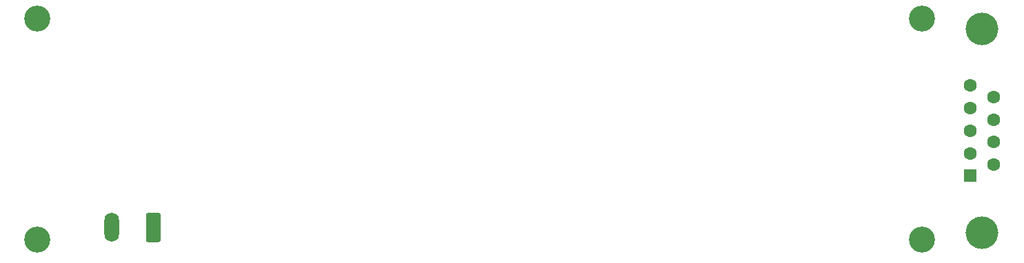
<source format=gbr>
%TF.GenerationSoftware,KiCad,Pcbnew,(5.1.12)-1*%
%TF.CreationDate,2021-12-02T22:11:06-06:00*%
%TF.ProjectId,CANA_BOARD,43414e41-5f42-44f4-9152-442e6b696361,rev?*%
%TF.SameCoordinates,Original*%
%TF.FileFunction,Soldermask,Bot*%
%TF.FilePolarity,Negative*%
%FSLAX46Y46*%
G04 Gerber Fmt 4.6, Leading zero omitted, Abs format (unit mm)*
G04 Created by KiCad (PCBNEW (5.1.12)-1) date 2021-12-02 22:11:06*
%MOMM*%
%LPD*%
G01*
G04 APERTURE LIST*
%ADD10C,3.200000*%
%ADD11O,1.800000X3.600000*%
%ADD12C,4.000000*%
%ADD13C,1.600000*%
%ADD14R,1.600000X1.600000*%
G04 APERTURE END LIST*
D10*
%TO.C,H4*%
X217551000Y-98044000D03*
%TD*%
%TO.C,H3*%
X217551000Y-70866000D03*
%TD*%
%TO.C,H2*%
X108966000Y-98044000D03*
%TD*%
%TO.C,H1*%
X108966000Y-70866000D03*
%TD*%
D11*
%TO.C,J1*%
X118110000Y-96520000D03*
G36*
G01*
X124090000Y-94970000D02*
X124090000Y-98070000D01*
G75*
G02*
X123840000Y-98320000I-250000J0D01*
G01*
X122540000Y-98320000D01*
G75*
G02*
X122290000Y-98070000I0J250000D01*
G01*
X122290000Y-94970000D01*
G75*
G02*
X122540000Y-94720000I250000J0D01*
G01*
X123840000Y-94720000D01*
G75*
G02*
X124090000Y-94970000I0J-250000D01*
G01*
G37*
%TD*%
D12*
%TO.C,J6*%
X224940000Y-72130000D03*
X224940000Y-97130000D03*
D13*
X226360000Y-80475000D03*
X226360000Y-83245000D03*
X226360000Y-86015000D03*
X226360000Y-88785000D03*
X223520000Y-79090000D03*
X223520000Y-81860000D03*
X223520000Y-84630000D03*
X223520000Y-87400000D03*
D14*
X223520000Y-90170000D03*
%TD*%
M02*

</source>
